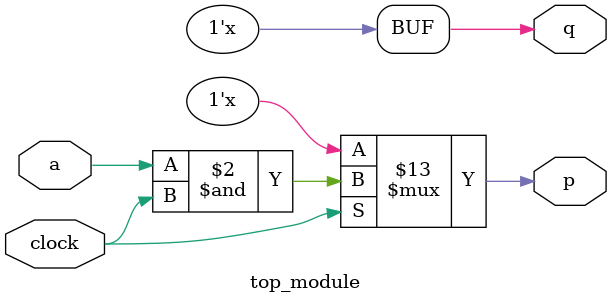
<source format=v>
module top_module (
    input clock,
    input a,
    output p,
    output q );
    always @(*) begin
        if (clock) p=a&clock;
        else if (~clock) begin p=p;q=p;end
        
    end
endmodule

</source>
